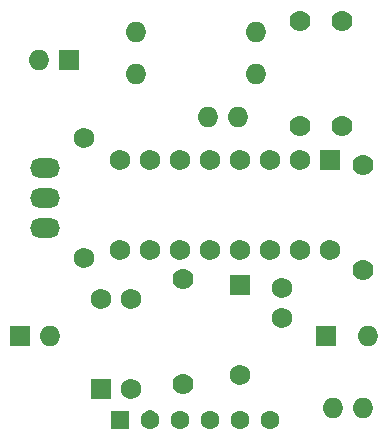
<source format=gtl>
%FSLAX24Y24*%
%MOIN*%
G70*
G01*
G75*
G04 Layer_Physical_Order=1*
G04 Layer_Color=255*
%ADD10C,0.0394*%
%ADD11C,0.0700*%
%ADD12C,0.0630*%
%ADD13R,0.0630X0.0630*%
%ADD14R,0.0691X0.0694*%
%ADD15O,0.0691X0.0694*%
%ADD16R,0.0694X0.0691*%
%ADD17O,0.0694X0.0691*%
%ADD18O,0.1000X0.0660*%
D10*
X5131Y488D02*
Y627D01*
D11*
X12231Y5488D02*
D03*
Y8988D02*
D03*
X6231Y1688D02*
D03*
Y5188D02*
D03*
X10131Y10288D02*
D03*
Y13788D02*
D03*
X11531Y10288D02*
D03*
Y13788D02*
D03*
D12*
X9131Y488D02*
D03*
X8131D02*
D03*
X7131D02*
D03*
X6131D02*
D03*
X5131D02*
D03*
D13*
X4131D02*
D03*
D14*
X11131Y9154D02*
D03*
X3482Y1512D02*
D03*
X8131Y4988D02*
D03*
D15*
X10131Y9154D02*
D03*
X9131D02*
D03*
X8131D02*
D03*
X7131D02*
D03*
X6131D02*
D03*
X5131D02*
D03*
X4131D02*
D03*
X11131Y6154D02*
D03*
X10131D02*
D03*
X9131D02*
D03*
X8131D02*
D03*
X7131D02*
D03*
X6131D02*
D03*
X5131D02*
D03*
X4131D02*
D03*
X4482Y1512D02*
D03*
Y4512D02*
D03*
X3482D02*
D03*
X2931Y9896D02*
D03*
Y5880D02*
D03*
X9531Y3888D02*
D03*
Y4888D02*
D03*
X8131Y1988D02*
D03*
D16*
X782Y3287D02*
D03*
X2431Y12488D02*
D03*
X11003Y3288D02*
D03*
D17*
X1782Y3287D02*
D03*
X1431Y12488D02*
D03*
X8666Y13435D02*
D03*
X4650D02*
D03*
Y12035D02*
D03*
X8666D02*
D03*
X7059Y10575D02*
D03*
X8059D02*
D03*
X12381Y3288D02*
D03*
X12231Y888D02*
D03*
X11231D02*
D03*
D18*
X1631Y6888D02*
D03*
Y7888D02*
D03*
Y8888D02*
D03*
M02*

</source>
